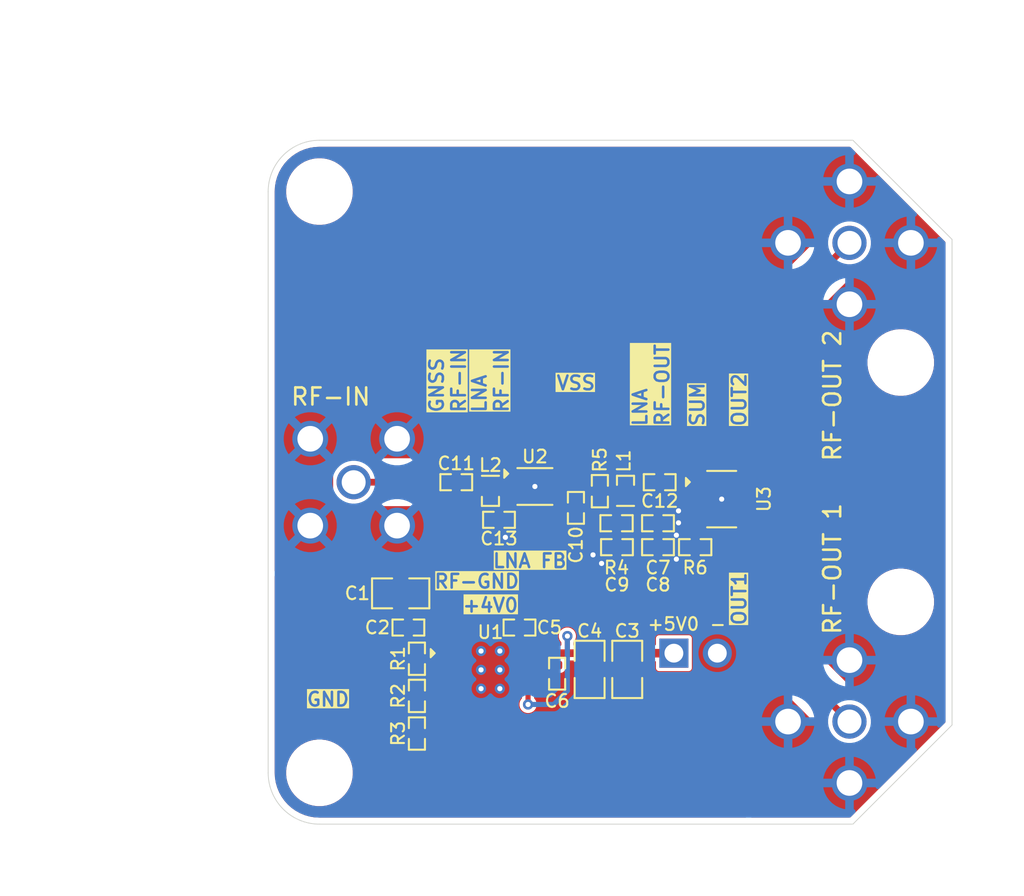
<source format=kicad_pcb>
(kicad_pcb (version 20241229) (generator "pcbnew") (generator_version "9.0")
  (title_block (title "GNSS RF LNA & Splitter") (date "2025-04-15") (comment 2 "PROTOTYPE") (comment 3 "2025"))
  (layers (0 "F.Cu" signal) (4 "In1.Cu" signal) (6 "In2.Cu" signal) (2 "B.Cu" signal) (13 "F.Paste" user) (15 "B.Paste" user) (5 "F.SilkS" user "F.Silkscreen") (7 "B.SilkS" user "B.Silkscreen") (1 "F.Mask" user) (3 "B.Mask" user) (25 "Edge.Cuts" user))
  (net 0 "")
  (net 1 "/GNSS_RF-IN")
  (net 2 "VSS")
  (net 3 "/GNSS_CONN1")
  (net 4 "/GNSS_CONN2")
  (net 5 "GND")
  (net 6 "+4V0")
  (net 7 "VIN")
  (net 8 "Net-(U1-DELAY)")
  (net 9 "Net-(C10-Pad2)")
  (net 10 "/LNA_FB")
  (net 11 "/LNA_RF-IN")
  (net 12 "/RF-SPLIT_SUM")
  (net 13 "/LNA_RF-OUT")
  (net 14 "/LNA_RF-GND")
  (net 15 "Net-(U1-FB)")
  (net 16 "Net-(R2-Pad2)")
  (net 17 "/LNA_BIAS")
  (net 18 "/RF-SPLIT_50R")
  (footprint "lib_fp:GCM0402" (layer "F.Cu") (at 148 91.5 -90)
    (property "Reference" "C10" (at 1 0 90) (layer "F.SilkS") (effects (font (size 0.75 0.75) (thickness 0.12)) (justify right)))
    (property "Value" "5.6pF" (hide yes))
    (fp_line (start -0.93 0.47) (end -0.93 -0.47) (stroke (width 0.12)) (layer "F.SilkS"))
    (fp_line (start -0.31 0.47) (end -0.93 0.47) (stroke (width 0.12)) (layer "F.SilkS"))
    (fp_line (start 0.31 0.47) (end 0.93 0.47) (stroke (width 0.12)) (layer "F.SilkS"))
    (fp_line (start 0.93 0.47) (end 0.93 -0.47) (stroke (width 0.12)) (layer "F.SilkS"))
    (fp_line (start -0.93 -0.47) (end -0.31 -0.47) (stroke (width 0.12)) (layer "F.SilkS"))
    (fp_line (start 0.93 -0.47) (end 0.31 -0.47) (stroke (width 0.12)) (layer "F.SilkS"))
    (pad "1" smd roundrect (at -0.5 0 270) (size 0.5 0.6) (layers "F.Cu" "F.Mask" "F.Paste") (net 10 "/LNA_FB"))
    (pad "2" smd roundrect (at 0.5 0 270) (size 0.5 0.6) (layers "F.Cu" "F.Mask" "F.Paste") (net 9 "Net-(C10-Pad2)"))
  )
  (footprint "lib_fp:GCM0402" (layer "F.Cu") (at 141 90)
    (property "Reference" "C11" (at 0 -1.1 0) (layer "F.SilkS") (effects (font (size 0.75 0.75) (thickness 0.12))))
    (property "Value" "9.1pF" (hide yes))
    (fp_line (start -0.93 -0.47) (end -0.31 -0.47) (stroke (width 0.12)) (layer "F.SilkS"))
    (fp_line (start -0.93 0.47) (end -0.93 -0.47) (stroke (width 0.12)) (layer "F.SilkS"))
    (fp_line (start -0.31 0.47) (end -0.93 0.47) (stroke (width 0.12)) (layer "F.SilkS"))
    (fp_line (start 0.31 0.47) (end 0.93 0.47) (stroke (width 0.12)) (layer "F.SilkS"))
    (fp_line (start 0.93 -0.47) (end 0.31 -0.47) (stroke (width 0.12)) (layer "F.SilkS"))
    (fp_line (start 0.93 0.47) (end 0.93 -0.47) (stroke (width 0.12)) (layer "F.SilkS"))
    (pad "1" smd roundrect (at -0.5 0) (size 0.5 0.6) (layers "F.Cu" "F.Mask" "F.Paste") (net 1 "/GNSS_RF-IN"))
    (pad "2" smd roundrect (at 0.5 0) (size 0.5 0.6) (layers "F.Cu" "F.Mask" "F.Paste") (net 11 "/LNA_RF-IN"))
  )
  (footprint "lib_fp:CONSMA002-G" (layer "F.Cu") (at 164 104 -135)
    (property "Reference" "AE2" (hide yes))
    (property "Value" "SMA" (hide yes))
    (pad "1" thru_hole circle (at 0 0 225) (size 2 2) (drill 1.4) (layers "*.Cu" "*.Mask") (net 3 "/GNSS_CONN1"))
    (pad "2" thru_hole circle (at -2.54 -2.54 225) (size 2.1 2.1) (drill 1.5) (layers "*.Cu" "*.Mask") (net 2 "VSS"))
    (pad "3" thru_hole circle (at 2.54 -2.54 225) (size 2.1 2.1) (drill 1.5) (layers "*.Cu" "*.Mask") (net 2 "VSS"))
    (pad "4" thru_hole circle (at 2.54 2.54 225) (size 2.1 2.1) (drill 1.5) (layers "*.Cu" "*.Mask") (net 2 "VSS"))
    (pad "5" thru_hole circle (at -2.54 2.54 225) (size 2.1 2.1) (drill 1.5) (layers "*.Cu" "*.Mask") (net 2 "VSS"))
  )
  (footprint "lib_fp:GCM0402" (layer "F.Cu") (at 152.8 92.4)
    (property "Reference" "C7" (at 0 2.6 0) (layer "F.SilkS") (effects (font (size 0.75 0.75) (thickness 0.12))))
    (property "Value" "100nF" (hide yes))
    (fp_line (start -0.93 -0.47) (end -0.31 -0.47) (stroke (width 0.12)) (layer "F.SilkS"))
    (fp_line (start -0.93 0.47) (end -0.93 -0.47) (stroke (width 0.12)) (layer "F.SilkS"))
    (fp_line (start -0.31 0.47) (end -0.93 0.47) (stroke (width 0.12)) (layer "F.SilkS"))
    (fp_line (start 0.31 0.47) (end 0.93 0.47) (stroke (width 0.12)) (layer "F.SilkS"))
    (fp_line (start 0.93 -0.47) (end 0.31 -0.47) (stroke (width 0.12)) (layer "F.SilkS"))
    (fp_line (start 0.93 0.47) (end 0.93 -0.47) (stroke (width 0.12)) (layer "F.SilkS"))
    (pad "1" smd roundrect (at -0.5 0) (size 0.5 0.6) (layers "F.Cu" "F.Mask" "F.Paste") (net 6 "+4V0"))
    (pad "2" smd roundrect (at 0.5 0) (size 0.5 0.6) (layers "F.Cu" "F.Mask" "F.Paste") (net 2 "VSS"))
  )
  (footprint "lib_fp:TP_2mm" (layer "F.Cu") (at 152.4 88)
    (property "Reference" "TP4" (hide yes))
    (property "Value" "~" (hide yes))
    (pad "1" smd circle (at 0 0) (size 2 2) (layers "F.Cu" "F.Mask") (net 13 "/LNA_RF-OUT"))
  )
  (footprint "lib_fp:GCM0805" (layer "F.Cu") (at 151 100.95 -90)
    (property "Reference" "C3" (at -2.25 0 180) (layer "F.SilkS") (effects (font (size 0.75 0.75) (thickness 0.12))))
    (property "Value" "10uF" (hide yes))
    (fp_line (start -1.675 0.875) (end -1.675 -0.875) (stroke (width 0.12)) (layer "F.SilkS"))
    (fp_line (start -0.5 0.875) (end -1.675 0.875) (stroke (width 0.12)) (layer "F.SilkS"))
    (fp_line (start 0.5 0.875) (end 1.675 0.875) (stroke (width 0.12)) (layer "F.SilkS"))
    (fp_line (start 1.675 0.875) (end 1.675 -0.875) (stroke (width 0.12)) (layer "F.SilkS"))
    (fp_line (start -1.675 -0.875) (end -0.5 -0.875) (stroke (width 0.12)) (layer "F.SilkS"))
    (fp_line (start 1.675 -0.875) (end 0.5 -0.875) (stroke (width 0.12)) (layer "F.SilkS"))
    (pad "1" smd roundrect (at -0.95 0 270) (size 1.1 1.3) (layers "F.Cu" "F.Mask" "F.Paste") (roundrect_rratio 0.2272727273) (net 7 "VIN"))
    (pad "2" smd roundrect (at 0.95 0 270) (size 1.1 1.3) (layers "F.Cu" "F.Mask" "F.Paste") (roundrect_rratio 0.2272727273) (net 5 "GND"))
  )
  (footprint "lib_fp:M3_NPTH" (layer "F.Cu") (at 167 83 90)
    (property "Reference" "MH3" (hide yes))
    (property "Value" "M3 Mounting Hole" (hide yes))
    (pad "" np_thru_hole circle (at 0 0 90) (size 3.4 3.4) (drill 3.4) (layers "F&B.Cu" "*.Mask"))
  )
  (footprint "lib_fp:TP_2mm" (layer "F.Cu") (at 155.1 88)
    (property "Reference" "TP8" (hide yes))
    (property "Value" "~" (hide yes))
    (pad "1" smd circle (at 0 0) (size 2 2) (layers "F.Cu" "F.Mask") (net 12 "/RF-SPLIT_SUM"))
  )
  (footprint "lib_fp:L_0402" (layer "F.Cu") (at 150.9 90.505 90)
    (property "Reference" "L1" (at 1.005 -0.1 90) (layer "F.SilkS") (effects (font (size 0.75 0.75) (thickness 0.12)) (justify left)))
    (property "Value" "15nH" (hide yes))
    (fp_line (start 0.35 -0.5) (end 0.88 -0.5) (stroke (width 0.12)) (layer "F.SilkS"))
    (fp_line (start -0.88 -0.5) (end -0.88 0.5) (stroke (width 0.12)) (layer "F.SilkS"))
    (fp_line (start 0.88 0.5) (end 0.88 -0.5) (stroke (width 0.12)) (layer "F.SilkS"))
    (fp_line (start 0.35 0.5) (end 0.88 0.5) (stroke (width 0.12)) (layer "F.SilkS"))
    (pad "1" smd roundrect (at -0.505 0 90) (size 0.41 0.66) (layers "F.Cu" "F.Mask" "F.Paste") (net 6 "+4V0"))
    (pad "2" smd roundrect (at 0.505 0 90) (size 0.41 0.66) (layers "F.Cu" "F.Mask" "F.Paste") (net 13 "/LNA_RF-OUT"))
  )
  (footprint "lib_fp:L_0402" (layer "F.Cu") (at 143 90.505 -90)
    (property "Reference" "L2" (at -1.505 0 0) (layer "F.SilkS") (effects (font (size 0.75 0.75) (thickness 0.12))))
    (property "Value" "6.8nH" (hide yes))
    (fp_line (start 0.35 0.5) (end 0.88 0.5) (stroke (width 0.12)) (layer "F.SilkS"))
    (fp_line (start 0.88 0.5) (end 0.88 -0.5) (stroke (width 0.12)) (layer "F.SilkS"))
    (fp_line (start -0.88 -0.5) (end -0.88 0.5) (stroke (width 0.12)) (layer "F.SilkS"))
    (fp_line (start 0.35 -0.5) (end 0.88 -0.5) (stroke (width 0.12)) (layer "F.SilkS"))
    (pad "1" smd roundrect (at -0.505 0 270) (size 0.41 0.66) (layers "F.Cu" "F.Mask" "F.Paste") (net 11 "/LNA_RF-IN"))
    (pad "2" smd roundrect (at 0.505 0 270) (size 0.41 0.66) (layers "F.Cu" "F.Mask" "F.Paste") (net 14 "/LNA_RF-GND"))
  )
  (footprint "lib_fp:GCM0402" (layer "F.Cu") (at 150.4 93.8 180)
    (property "Reference" "C9" (at 0 -2.2 0) (layer "F.SilkS") (effects (font (size 0.75 0.75) (thickness 0.12))))
    (property "Value" "9.1pF" (hide yes))
    (fp_line (start 0.93 0.47) (end 0.93 -0.47) (stroke (width 0.12)) (layer "F.SilkS"))
    (fp_line (start 0.93 -0.47) (end 0.31 -0.47) (stroke (width 0.12)) (layer "F.SilkS"))
    (fp_line (start 0.31 0.47) (end 0.93 0.47) (stroke (width 0.12)) (layer "F.SilkS"))
    (fp_line (start -0.31 0.47) (end -0.93 0.47) (stroke (width 0.12)) (layer "F.SilkS"))
    (fp_line (start -0.93 0.47) (end -0.93 -0.47) (stroke (width 0.12)) (layer "F.SilkS"))
    (fp_line (start -0.93 -0.47) (end -0.31 -0.47) (stroke (width 0.12)) (layer "F.SilkS"))
    (pad "1" smd roundrect (at -0.5 0 180) (size 0.5 0.6) (layers "F.Cu" "F.Mask" "F.Paste") (net 6 "+4V0"))
    (pad "2" smd roundrect (at 0.5 0 180) (size 0.5 0.6) (layers "F.Cu" "F.Mask" "F.Paste") (net 2 "VSS"))
  )
  (footprint "lib_fp:GCM0402" (layer "F.Cu") (at 143.5 92.2)
    (property "Reference" "C13" (at 0 1.1 0) (layer "F.SilkS") (effects (font (size 0.75 0.75) (thickness 0.12))))
    (property "Value" "100pF" (hide yes))
    (fp_line (start -0.93 -0.47) (end -0.31 -0.47) (stroke (width 0.12)) (layer "F.SilkS"))
    (fp_line (start -0.93 0.47) (end -0.93 -0.47) (stroke (width 0.12)) (layer "F.SilkS"))
    (fp_line (start -0.31 0.47) (end -0.93 0.47) (stroke (width 0.12)) (layer "F.SilkS"))
    (fp_line (start 0.31 0.47) (end 0.93 0.47) (stroke (width 0.12)) (layer "F.SilkS"))
    (fp_line (start 0.93 -0.47) (end 0.31 -0.47) (stroke (width 0.12)) (layer "F.SilkS"))
    (fp_line (start 0.93 0.47) (end 0.93 -0.47) (stroke (width 0.12)) (layer "F.SilkS"))
    (pad "1" smd roundrect (at -0.5 0) (size 0.5 0.6) (layers "F.Cu" "F.Mask" "F.Paste") (net 14 "/LNA_RF-GND"))
    (pad "2" smd roundrect (at 0.5 0) (size 0.5 0.6) (layers "F.Cu" "F.Mask" "F.Paste") (net 2 "VSS"))
  )
  (footprint "lib_fp:CRCW0402" (layer "F.Cu") (at 154.975 93.8 180)
    (property "Reference" "R6" (at 0 -1.2 0) (layer "F.SilkS") (effects (font (size 0.75 0.75) (thickness 0.12))))
    (property "Value" "49R9" (hide yes))
    (fp_line (start 0.945 0.47) (end 0.945 -0.47) (stroke (width 0.12)) (layer "F.SilkS"))
    (fp_line (start 0.945 -0.47) (end 0.315 -0.47) (stroke (width 0.12)) (layer "F.SilkS"))
    (fp_line (start 0.315 0.47) (end 0.945 0.47) (stroke (width 0.12)) (layer "F.SilkS"))
    (fp_line (start -0.315 0.47) (end -0.945 0.47) (stroke (width 0.12)) (layer "F.SilkS"))
    (fp_line (start -0.945 0.47) (end -0.945 -0.47) (stroke (width 0.12)) (layer "F.SilkS"))
    (fp_line (start -0.945 -0.47) (end -0.315 -0.47) (stroke (width 0.12)) (layer "F.SilkS"))
    (pad "1" smd roundrect (at -0.525 0 180) (size 0.6 0.6) (layers "F.Cu" "F.Mask" "F.Paste") (net 18 "/RF-SPLIT_50R"))
    (pad "2" smd roundrect (at 0.525 0 180) (size 0.6 0.6) (layers "F.Cu" "F.Mask" "F.Paste") (net 2 "VSS"))
  )
  (footprint "lib_fp:CRCW0402" (layer "F.Cu") (at 150.375 92.4 180)
    (property "Reference" "R4" (at 0 -2.6 180) (layer "F.SilkS") (effects (font (size 0.75 0.75) (thickness 0.12))))
    (property "Value" "750R" (hide yes))
    (fp_line (start 0.945 0.47) (end 0.945 -0.47) (stroke (width 0.12)) (layer "F.SilkS"))
    (fp_line (start 0.945 -0.47) (end 0.315 -0.47) (stroke (width 0.12)) (layer "F.SilkS"))
    (fp_line (start 0.315 0.47) (end 0.945 0.47) (stroke (width 0.12)) (layer "F.SilkS"))
    (fp_line (start -0.315 0.47) (end -0.945 0.47) (stroke (width 0.12)) (layer "F.SilkS"))
    (fp_line (start -0.945 0.47) (end -0.945 -0.47) (stroke (width 0.12)) (layer "F.SilkS"))
    (fp_line (start -0.945 -0.47) (end -0.315 -0.47) (stroke (width 0.12)) (layer "F.SilkS"))
    (pad "1" smd roundrect (at -0.525 0 180) (size 0.6 0.6) (layers "F.Cu" "F.Mask" "F.Paste") (net 6 "+4V0"))
    (pad "2" smd roundrect (at 0.525 0 180) (size 0.6 0.6) (layers "F.Cu" "F.Mask" "F.Paste") (net 17 "/LNA_BIAS"))
  )
  (footprint "lib_fp:GCM0805" (layer "F.Cu") (at 148.8 100.95 -90)
    (property "Reference" "C4" (at -2.25 0 180) (layer "F.SilkS") (effects (font (size 0.75 0.75) (thickness 0.12))))
    (property "Value" "4.7uF" (hide yes))
    (fp_line (start -1.675 0.875) (end -1.675 -0.875) (stroke (width 0.12)) (layer "F.SilkS"))
    (fp_line (start -0.5 0.875) (end -1.675 0.875) (stroke (width 0.12)) (layer "F.SilkS"))
    (fp_line (start 0.5 0.875) (end 1.675 0.875) (stroke (width 0.12)) (layer "F.SilkS"))
    (fp_line (start 1.675 0.875) (end 1.675 -0.875) (stroke (width 0.12)) (layer "F.SilkS"))
    (fp_line (start -1.675 -0.875) (end -0.5 -0.875) (stroke (width 0.12)) (layer "F.SilkS"))
    (fp_line (start 1.675 -0.875) (end 0.5 -0.875) (stroke (width 0.12)) (layer "F.SilkS"))
    (pad "1" smd roundrect (at -0.95 0 270) (size 1.1 1.3) (layers "F.Cu" "F.Mask" "F.Paste") (roundrect_rratio 0.2272727273) (net 7 "VIN"))
    (pad "2" smd roundrect (at 0.95 0 270) (size 1.1 1.3) (layers "F.Cu" "F.Mask" "F.Paste") (roundrect_rratio 0.2272727273) (net 5 "GND"))
  )
  (footprint "lib_fp:GCM0402" (layer "F.Cu") (at 144.7 98.5 180)
    (property "Reference" "C5" (at -1.75 0 0) (layer "F.SilkS") (effects (font (size 0.75 0.75) (thickness 0.12))))
    (property "Value" "100nF" (hide yes))
    (fp_line (start 0.93 0.47) (end 0.93 -0.47) (stroke (width 0.12)) (layer "F.SilkS"))
    (fp_line (start 0.93 -0.47) (end 0.31 -0.47) (stroke (width 0.12)) (layer "F.SilkS"))
    (fp_line (start 0.31 0.47) (end 0.93 0.47) (stroke (width 0.12)) (layer "F.SilkS"))
    (fp_line (start -0.31 0.47) (end -0.93 0.47) (stroke (width 0.12)) (layer "F.SilkS"))
    (fp_line (start -0.93 0.47) (end -0.93 -0.47) (stroke (width 0.12)) (layer "F.SilkS"))
    (fp_line (start -0.93 -0.47) (end -0.31 -0.47) (stroke (width 0.12)) (layer "F.SilkS"))
    (pad "1" smd roundrect (at -0.5 0 180) (size 0.5 0.6) (layers "F.Cu" "F.Mask" "F.Paste") (net 7 "VIN"))
    (pad "2" smd roundrect (at 0.5 0 180) (size 0.5 0.6) (layers "F.Cu" "F.Mask" "F.Paste") (net 5 "GND"))
  )
  (footprint "lib_fp:TP_RCW" (layer "F.Cu") (at 148 86)
    (property "Reference" "TP10" (hide yes))
    (property "Value" "RCWCTE" (hide yes))
    (pad "1" smd roundrect (at 0 0) (size 3.75 2) (layers "F.Cu" "F.Mask" "F.Paste") (roundrect_rratio 0.15) (net 2 "VSS"))
  )
  (footprint "lib_fp:TP_2mm" (layer "F.Cu") (at 146 92.75)
    (property "Reference" "TP3" (hide yes))
    (property "Value" "~" (hide yes))
    (pad "1" smd circle (at 0 0) (size 2 2) (layers "F.Cu" "F.Mask") (net 10 "/LNA_FB"))
  )
  (footprint "lib_fp:CRCW0402" (layer "F.Cu") (at 138.7 102.5 -90)
    (property "Reference" "R2" (at 0 1.1 90) (layer "F.SilkS") (effects (font (size 0.75 0.75) (thickness 0.12))))
    (property "Value" "30K" (hide yes))
    (fp_line (start -0.945 0.47) (end -0.945 -0.47) (stroke (width 0.12)) (layer "F.SilkS"))
    (fp_line (start -0.315 0.47) (end -0.945 0.47) (stroke (width 0.12)) (layer "F.SilkS"))
    (fp_line (start 0.315 0.47) (end 0.945 0.47) (stroke (width 0.12)) (layer "F.SilkS"))
    (fp_line (start 0.945 0.47) (end 0.945 -0.47) (stroke (width 0.12)) (layer "F.SilkS"))
    (fp_line (start -0.945 -0.47) (end -0.315 -0.47) (stroke (width 0.12)) (layer "F.SilkS"))
    (fp_line (start 0.945 -0.47) (end 0.315 -0.47) (stroke (width 0.12)) (layer "F.SilkS"))
    (pad "1" smd roundrect (at -0.525 0 270) (size 0.6 0.6) (layers "F.Cu" "F.Mask" "F.Paste") (net 15 "Net-(U1-FB)"))
    (pad "2" smd roundrect (at 0.525 0 270) (size 0.6 0.6) (layers "F.Cu" "F.Mask" "F.Paste") (net 16 "Net-(R2-Pad2)"))
  )
  (footprint "lib_fp:M3_NPTH" (layer "F.Cu") (at 167 97 90)
    (property "Reference" "MH4" (hide yes))
    (property "Value" "M3 Mounting Hole" (hide yes))
    (pad "" np_thru_hole circle (at 0 0 90) (size 3.4 3.4) (drill 3.4) (layers "F&B.Cu" "*.Mask"))
  )
  (footprint "lib_fp:TP_2mm" (layer "F.Cu") (at 143 87.3)
    (property "Reference" "TP7" (hide yes))
    (property "Value" "~" (hide yes))
    (pad "1" smd circle (at 0 0) (size 2 2) (layers "F.Cu" "F.Mask") (net 11 "/LNA_RF-IN"))
  )
  (footprint "lib_fp:TFDFN200X200X100-8" (layer "F.Cu") (at 145.6 90.25)
    (property "Reference" "U2" (at 0 -1.75 0) (layer "F.SilkS") (effects (font (size 0.75 0.75) (thickness 0.12))))
    (property "Value" "PMA2-162LNA+" (hide yes))
    (fp_line (start 1.025 -1.075) (end -1.025 -1.075) (stroke (width 0.12)) (layer "F.SilkS"))
    (fp_line (start 1.025 1.075) (end -1.025 1.075) (stroke (width 0.12)) (layer "F.SilkS"))
    (fp_poly (pts (xy -1.55 -0.75) (xy -1.8 -0.5) (xy -1.8 -1)) (stroke (width 0.1)) (fill yes) (layer "F.SilkS"))
    (pad "1" smd roundrect (at -0.95 -0.75) (size 0.8 0.25) (layers "F.Cu" "F.Mask" "F.Paste") (roundrect_rratio 0.2) (net 2 "VSS"))
    (pad "2" smd roundrect (at -0.95 -0.25) (size 0.8 0.25) (layers "F.Cu" "F.Mask" "F.Paste") (roundrect_rratio 0.2) (net 11 "/LNA_RF-IN"))
    (pad "3" smd roundrect (at -0.95 0.25) (size 0.8 0.25) (layers "F.Cu" "F.Mask" "F.Paste") (roundrect_rratio 0.2) (net 14 "/LNA_RF-GND"))
    (pad "4" smd roundrect (at -0.95 0.75) (size 0.8 0.25) (layers "F.Cu" "F.Mask" "F.Paste") (roundrect_rratio 0.2) (net 17 "/LNA_BIAS"))
    (pad "5" smd roundrect (at 0.95 0.75) (size 0.8 0.25) (layers "F.Cu" "F.Mask" "F.Paste") (roundrect_rratio 0.2) (net 10 "/LNA_FB"))
    (pad "6" smd roundrect (at 0.95 0.25) (size 0.8 0.25) (layers "F.Cu" "F.Mask" "F.Paste") (roundrect_rratio 0.2) (net 2 "VSS"))
    (pad "7" smd roundrect (at 0.95 -0.25) (size 0.8 0.25) (layers "F.Cu" "F.Mask" "F.Paste") (roundrect_rratio 0.2) (net 13 "/LNA_RF-OUT"))
    (pad "8" smd roundrect (at 0.95 -0.75) (size 0.8 0.25) (layers "F.Cu" "F.Mask" "F.Paste") (roundrect_rratio 0.2) (net 2 "VSS"))
    (pad "9" smd roundrect (at 0 0) (size 0.65 1.25) (layers "F.Cu" "F.Mask" "F.Paste") (roundrect_rratio 0.1) (chamfer_ratio 0.45) (chamfer top_left) (net 2 "VSS"))
  )
  (footprint "lib_fp:TP_RCW" (layer "F.Cu") (at 133.5 100 90)
    (property "Reference" "TP2" (hide yes))
    (property "Value" "RCWCTE" (hide yes))
    (pad "1" smd roundrect (at 0 0 90) (size 3.75 2) (layers "F.Cu" "F.Mask" "F.Paste") (roundrect_rratio 0.15) (net 5 "GND"))
  )
  (footprint "lib_fp:CRCW0402" (layer "F.Cu") (at 138.7 104.7 -90)
    (property "Reference" "R3" (at 0 1.1 90) (layer "F.SilkS") (effects (font (size 0.75 0.75) (thickness 0.12))))
    (property "Value" "30K" (hide yes))
    (fp_line (start -0.945 0.47) (end -0.945 -0.47) (stroke (width 0.12)) (layer "F.SilkS"))
    (fp_line (start -0.315 0.47) (end -0.945 0.47) (stroke (width 0.12)) (layer "F.SilkS"))
    (fp_line (start 0.315 0.47) (end 0.945 0.47) (stroke (width 0.12)) (layer "F.SilkS"))
    (fp_line (start 0.945 0.47) (end 0.945 -0.47) (stroke (width 0.12)) (layer "F.SilkS"))
    (fp_line (start -0.945 -0.47) (end -0.315 -0.47) (stroke (width 0.12)) (layer "F.SilkS"))
    (fp_line (start 0.945 -0.47) (end 0.315 -0.47) (stroke (width 0.12)) (layer "F.SilkS"))
    (pad "1" smd roundrect (at -0.525 0 270) (size 0.6 0.6) (layers "F.Cu" "F.Mask" "F.Paste") (net 16 "Net-(R2-Pad2)"))
    (pad "2" smd roundrect (at 0.525 0 270) (size 0.6 0.6) (layers "F.Cu" "F.Mask" "F.Paste") (net 5 "GND"))
  )
  (footprint "lib_fp:TP_2mm" (layer "F.Cu") (at 140.8 98.4)
    (property "Reference" "TP1" (hide yes))
    (property "Value" "~" (hide yes))
    (pad "1" smd circle (at 0 0) (size 2 2) (layers "F.Cu" "F.Mask") (net 6 "+4V0"))
  )
  (footprint "lib_fp:TP_2mm" (layer "F.Cu") (at 157.55 94)
    (property "Reference" "TP5" (hide yes))
    (property "Value" "~" (hide yes))
    (pad "1" smd circle (at 0 0) (size 2 2) (layers "F.Cu" "F.Mask") (net 3 "/GNSS_CONN1"))
  )
  (footprint "lib_fp:GCM0805" (layer "F.Cu") (at 137.75 96.5 180)
    (property "Reference" "C1" (at 1.725 0 180) (layer "F.SilkS") (effects (font (size 0.75 0.75) (thickness 0.12)) (justify right)))
    (property "Value" "2.2uF" (hide yes))
    (fp_line (start 1.675 0.875) (end 1.675 -0.875) (stroke (width 0.12)) (layer "F.SilkS"))
    (fp_line (start 1.675 -0.875) (end 0.5 -0.875) (stroke (width 0.12)) (layer "F.SilkS"))
    (fp_line (start 0.5 0.875) (end 1.675 0.875) (stroke (width 0.12)) (layer "F.SilkS"))
    (fp_line (start -0.5 0.875) (end -1.675 0.875) (stroke (width 0.12)) (layer "F.SilkS"))
    (fp_line (start -1.675 0.875) (end -1.675 -0.875) (stroke (width 0.12)) (layer "F.SilkS"))
    (fp_line (start -1.675 -0.875) (end -0.5 -0.875) (stroke (width 0.12)) (layer "F.SilkS"))
    (pad "1" smd roundrect (at -0.95 0 180) (size 1.1 1.3) (layers "F.Cu" "F.Mask" "F.Paste") (roundrect_rratio 0.2272727273) (net 6 "+4V0"))
    (pad "2" smd roundrect (at 0.95 0 180) (size 1.1 1.3) (layers "F.Cu" "F.Mask" "F.Paste") (roundrect_rratio 0.2272727273) (net 5 "GND"))
  )
  (footprint "lib_fp:M3_NPTH" (layer "F.Cu") (at 133 73 90)
    (property "Reference" "MH2" (hide yes))
    (property "Value" "M3 Mounting Hole" (hide yes))
    (pad "" np_thru_hole circle (at 0 0 90) (size 3.4 3.4) (drill 3.4) (layers "F&B.Cu" "*.Mask"))
  )
  (footprint "lib_fp:SON99P320X160X89-6" (layer "F.Cu") (at 156.525 90.99)
    (property "Reference" "U3" (at 2.475 0 90) (layer "F.SilkS") (effects (font (size 0.75 0.75) (thickness 0.12))))
    (property "Value" "QCN-19D+" (hide yes))
    (fp_line (start 0.85 -1.65) (end -0.85 -1.65) (stroke (width 0.12)) (layer "F.SilkS"))
    (fp_line (start 0.85 1.65) (end -0.85 1.65) (stroke (width 0.12)) (layer "F.SilkS"))
    (fp_poly (pts (xy -1.85 -1) (xy -2.1 -0.75) (xy -2.1 -1.25)) (stroke (width 0.1)) (fill yes) (layer "F.SilkS"))
    (pad "1" smd roundrect (at -1.025 -0.99) (size 1.07 0.61) (layers "F.Cu" "F.Mask" "F.Paste") (roundrect_rratio 0.08196721311) (net 12 "/RF-SPLIT_SUM"))
    (pad "2" smd roundrect (at -1.025 0) (size 1.07 0.61) (layers "F.Cu" "F.Mask" "F.Paste") (roundrect_rratio 0.08196721311) (net 2 "VSS"))
    (pad "3" smd roundrect (at -1.025 0.99) (size 1.07 0.61) (layers "F.Cu" "F.Mask" "F.Paste") (roundrect_rratio 0.08196721311) (net 18 "/RF-SPLIT_50R"))
    (pad "4" smd roundrect (at 1.025 0.99) (size 1.07 0.61) (layers "F.Cu" "F.Mask" "F.Paste") (roundrect_rratio 0.08196721311) (net 3 "/GNSS_CONN1"))
    (pad "5" smd roundrect (at 1.025 0) (size 1.07 0.61) (layers "F.Cu" "F.Mask" "F.Paste") (roundrect_rratio 0.08196721311) (net 2 "VSS"))
    (pad "6" smd roundrect (at 1.025 -0.99) (size 1.07 0.61) (layers "F.Cu" "F.Mask" "F.Paste") (roundrect_rratio 0.08196721311) (net 4 "/GNSS_CONN2"))
  )
  (footprint "lib_fp:M3_NPTH" (layer "F.Cu") (at 133 107 90)
    (property "Reference" "MH1" (hide yes))
    (property "Value" "M3 Mounting Hole" (hide yes))
    (pad "" np_thru_hole circle (at 0 0 90) (size 3.4 3.4) (drill 3.4) (layers "F&B.Cu" "*.Mask"))
  )
  (footprint "lib_fp:CONSMA002-G" (layer "F.Cu") (at 164 76 -45)
    (property "Reference" "AE3" (hide yes))
    (property "Value" "SMA" (hide yes))
    (pad "1" thru_hole circle (at 0 0 315) (size 2 2) (drill 1.4) (layers "*.Cu" "*.Mask") (net 4 "/GNSS_CONN2"))
    (pad "2" thru_hole circle (at -2.54 -2.54 315) (size 2.1 2.1) (drill 1.5) (layers "*.Cu" "*.Mask") (net 2 "VSS"))
    (pad "3" thru_hole circle (at 2.54 -2.54 315) (size 2.1 2.1) (drill 1.5) (layers "*.Cu" "*.Mask") (net 2 "VSS"))
    (pad "4" thru_hole circle (at 2.54 2.54 315) (size 2.1 2.1) (drill 1.5) (layers "*.Cu" "*.Mask") (net 2 "VSS"))
    (pad "5" thru_hole circle (at -2.54 2.54 315) (size 2.1 2.1) (drill 1.5) (layers "*.Cu" "*.Mask") (net 2 "VSS"))
  )
  (footprint "lib_fp:GCM0402" (layer "F.Cu") (at 152.9 90)
    (property "Reference" "C12" (at 0 1.1 0) (layer "F.SilkS") (effects (font (size 0.75 0.75) (thickness 0.12))))
    (property "Value" "100pF" (hide yes))
    (fp_line (start -0.93 -0.47) (end -0.31 -0.47) (stroke (width 0.12)) (layer "F.SilkS"))
    (fp_line (start -0.93 0.47) (end -0.93 -0.47) (stroke (width 0.12)) (layer "F.SilkS"))
    (fp_line (start -0.31 0.47) (end -0.93 0.47) (stroke (width 0.12)) (layer "F.SilkS"))
    (fp_line (start 0.31 0.47) (end 0.93 0.47) (stroke (width 0.12)) (layer "F.SilkS"))
    (fp_line (start 0.93 -0.47) (end 0.31 -0.47) (stroke (width 0.12)) (layer "F.SilkS"))
    (fp_line (start 0.93 0.47) (end 0.93 -0.47) (stroke (width 0.12)) (layer "F.SilkS"))
    (pad "1" smd roundrect (at -0.5 0) (size 0.5 0.6) (layers "F.Cu" "F.Mask" "F.Paste") (net 13 "/LNA_RF-OUT"))
    (pad "2" smd roundrect (at 0.5 0) (size 0.5 0.6) (layers "F.Cu" "F.Mask" "F.Paste") (net 12 "/RF-SPLIT_SUM"))
  )
  (footprint "lib_fp:CRCW0402" (layer "F.Cu") (at 149.4 90.525 90)
    (property "Reference" "R5" (at 1.025 0 90) (layer "F.SilkS") (effects (font (size 0.75 0.75) (thickness 0.12)) (justify left)))
    (property "Value" "267R" (hide yes))
    (fp_line (start 0.945 -0.47) (end 0.315 -0.47) (stroke (width 0.12)) (layer "F.SilkS"))
    (fp_line (start -0.945 -0.47) (end -0.315 -0.47) (stroke (width 0.12)) (layer "F.SilkS"))
    (fp_line (start 0.945 0.47) (end 0.945 -0.47) (stroke (width 0.12)) (layer "F.SilkS"))
    (fp_line (start 0.315 0.47) (end 0.945 0.47) (stroke (width 0.12)) (layer "F.SilkS"))
    (fp_line (start -0.315 0.47) (end -0.945 0.47) (stroke (width 0.12)) (layer "F.SilkS"))
    (fp_line (start -0.945 0.47) (end -0.945 -0.47) (stroke (width 0.12)) (layer "F.SilkS"))
    (pad "1" smd roundrect (at -0.525 0 90) (size 0.6 0.6) (layers "F.Cu" "F.Mask" "F.Paste") (net 9 "Net-(C10-Pad2)"))
    (pad "2" smd roundrect (at 0.525 0 90) (size 0.6 0.6) (layers "F.Cu" "F.Mask" "F.Paste") (net 13 "/LNA_RF-OUT"))
  )
  (footprint "lib_fp:conn_01x02_254_right_angle" (layer "F.Cu") (at 155 100)
    (property "Reference" "J1" (hide yes))
    (property "Value" "PRPC002SBAN-M71RC" (hide yes))
    (pad "1" thru_hole rect (at -1.27 0 90) (size 1.7 1.7) (drill 1.1) (layers "*.Cu" "*.Mask") (net 7 "VIN"))
    (pad "2" thru_hole circle (at 1.27 0 90) (size 1.7 1.7) (drill 1.1) (layers "*.Cu" "*.Mask") (net 5 "GND"))
  )
  (footprint "lib_fp:TP_2mm" (layer "F.Cu") (at 140.5 87.2)
    (property "Reference" "TP6" (hide yes))
    (property "Value" "~" (hide yes))
    (pad "1" smd circle (at 0 0) (size 2 2) (layers "F.Cu" "F.Mask") (net 1 "/GNSS_RF-IN"))
  )
  (footprint "lib_fp:TP_RCW" (layer "F.Cu") (at 141.2 93.1 90)
    (property "Reference" "TP9" (hide yes))
    (property "Value" "RCWCTE" (hide yes))
    (pad "1" smd roundrect (at 0 0 90) (size 3.75 2) (layers "F.Cu" "F.Mask" "F.Paste") (roundrect_rratio 0.15) (net 14 "/LNA_RF-GND"))
  )
  (footprint "lib_fp:TP_2mm" (layer "F.Cu") (at 157.55 88)
    (property "Reference" "TP11" (hide yes))
    (property "Value" "~" (hide yes))
    (pad "1" smd circle (at 0 0) (size 2 2) (layers "F.Cu" "F.Mask") (net 4 "/GNSS_CONN2"))
  )
  (footprint "lib_fp:HVSSOP65P490X110-8" (layer "F.Cu") (at 143 100.975)
    (property "Reference" "U1" (at 0 -2.2 0) (layer "F.SilkS") (effects (font (size 0.75 0.75) (thickness 0.12))))
    (property "Value" "TPS7A16A-Q1" (hide yes))
    (fp_poly (pts (xy -3.25 -0.975) (xy -3.5 -0.725) (xy -3.5 -1.225)) (stroke (width 0.1)) (fill yes) (layer "F.SilkS"))
    (pad "1" smd roundrect (at -2.2 -0.975) (size 1.4 0.45) (layers "F.Cu" "F.Mask" "F.Paste") (roundrect_rratio 0.1111111111) (net 6 "+4V0"))
    (pad "2" smd roundrect (at -2.2 -0.325) (size 1.4 0.45) (layers "F.Cu" "F.Mask" "F.Paste") (roundrect_rratio 0.1111111111) (net 15 "Net-(U1-FB)"))
    (pad "3" smd roundrect (at -2.2 0.325) (size 1.4 0.45) (layers "F.Cu" "F.Mask" "F.Paste") (roundrect_rratio 0.1111111111))
    (pad "4" smd roundrect (at -2.2 0.975) (size 1.4 0.45) (layers "F.Cu" "F.Mask" "F.Paste") (roundrect_rratio 0.1111111111) (net 5 "GND"))
    (pad "5" smd roundrect (at 2.2 0.975) (size 1.4 0.45) (layers "F.Cu" "F.Mask" "F.Paste") (roundrect_rratio 0.1111111111) (net 7 "VIN"))
    (pad "6" smd roundrect (at 2.2 0.325) (size 1.4 0.45) (layers "F.Cu" "F.Mask" "F.Paste") (roundrect_rratio 0.1111111111))
    (pad "7" smd roundrect (at 2.2 -0.325) (size 1.4 0.45) (layers "F.Cu" "F.Mask" "F.Paste") (roundrect_rratio 0.1111111111) (net 8 "Net-(U1-DELAY)"))
    (pad "8" smd roundrect (at 2.2 -0.975) (size 1.4 0.45) (layers "F.Cu" "F.Mask" "F.Paste") (roundrect_rratio 0.1111111111) (net 7 "VIN"))
    (pad "9" smd roundrect (at 0 0) (size 2 3) (layers "F.Cu" "F.Mask") (roundrect_rratio 0.1111111111) (net 5 "GND"))
  )
  (footprint "lib_fp:GCM0402" (layer "F.Cu") (at 146.9 101.2 -90)
    (property "Reference" "C6" (at 1.6 0 180) (layer "F.SilkS") (effects (font (size 0.75 0.75) (thickness 0.12))))
    (property "Value" "100nF" (hide yes))
    (fp_line (start -0.93 0.47) (end -0.93 -0.47) (stroke (width 0.12)) (layer "F.SilkS"))
    (fp_line (start -0.31 0.47) (end -0.93 0.47) (stroke (width 0.12)) (layer "F.SilkS"))
    (fp_line (start 0.31 0.47) (end 0.93 0.47) (stroke (width 0.12)) (layer "F.SilkS"))
    (fp_line (start 0.93 0.47) (end 0.93 -0.47) (stroke (width 0.12)) (layer "F.SilkS"))
    (fp_line (start -0.93 -0.47) (end -0.31 -0.47) (stroke (width 0.12)) (layer "F.SilkS"))
    (fp_line (start 0.93 -0.47) (end 0.31 -0.47) (stroke (width 0.12)) (layer "F.SilkS"))
    (pad "1" smd roundrect (at -0.5 0 270) (size 0.5 0.6) (layers "F.Cu" "F.Mask" "F.Paste") (net 8 "Net-(U1-DELAY)"))
    (pad "2" smd roundrect (at 0.5 0 270) (size 0.5 0.6) (layers "F.Cu" "F.Mask" "F.Paste") (net 5 "GND"))
  )
  (footprint "lib_fp:CONSMA002-G" (layer "F.Cu") (at 135 90 90)
    (property "Reference" "AE1" (hide yes))
    (property "Value" "SMA" (hide yes))
    (pad "1" thru_hole circle (at 0 0 90) (size 2 2) (drill 1.4) (layers "*.Cu" "*.Mask") (net 1 "/GNSS_RF-IN"))
    (pad "2" thru_hole circle (at -2.54 -2.54 90) (size 2.1 2.1) (drill 1.5) (layers "*.Cu" "*.Mask") (net 2 "VSS"))
    (pad "3" thru_hole circle (at 2.54 -2.54 90) (size 2.1 2.1) (drill 1.5) (layers "*.Cu" "*.Mask") (net 2 "VSS"))
    (pad "4" thru_hole circle (at 2.54 2.54 90) (size 2.1 2.1) (drill 1.5) (layers "*.Cu" "*.Mask") (net 2 "VSS"))
    (pad "5" thru_hole circle (at -2.54 2.54 90) (size 2.1 2.1) (drill 1.5) (layers "*.Cu" "*.Mask") (net 2 "VSS"))
  )
  (footprint "lib_fp:GCM0402" (layer "F.Cu") (at 152.8 93.8)
    (property "Reference" "C8" (at 0 2.2 0) (layer "F.SilkS") (effects (font (size 0.75 0.75) (thickness 0.12))))
    (property "Value" "100nF" (hide yes))
    (fp_line (start -0.93 -0.47) (end -0.31 -0.47) (stroke (width 0.12)) (layer "F.SilkS"))
    (fp_line (start -0.93 0.47) (end -0.93 -0.47) (stroke (width 0.12)) (layer "F.SilkS"))
    (fp_line (start -0.31 0.47) (end -0.93 0.47) (stroke (width 0.12)) (layer "F.SilkS"))
    (fp_line (start 0.31 0.47) (end 0.93 0.47) (stroke (width 0.12)) (layer "F.SilkS"))
    (fp_line (start 0.93 -0.47) (end 0.31 -0.47) (stroke (width 0.12)) (layer "F.SilkS"))
    (fp_line (start 0.93 0.47) (end 0.93 -0.47) (stroke (width 0.12)) (layer "F.SilkS"))
    (pad "1" smd roundrect (at -0.5 0) (size 0.5 0.6) (layers "F.Cu" "F.Mask" "F.Paste") (net 6 "+4V0"))
    (pad "2" smd roundrect (at 0.5 0) (size 0.5 0.6) (layers "F.Cu" "F.Mask" "F.Paste") (net 2 "VSS"))
  )
  (footprint "lib_fp:CRCW0402" (layer "F.Cu") (at 138.7 100.325 -90)
    (property "Reference" "R1" (at 0 1.1 90) (layer "F.SilkS") (effects (font (size 0.75 0.75) (thickness 0.12))))
    (property "Value" "340K" (hide yes))
    (fp_line (start -0.945 0.47) (end -0.945 -0.47) (stroke (width 0.12)) (layer "F.SilkS"))
    (fp_line (start -0.315 0.47) (end -0.945 0.47) (stroke (width 0.12)) (layer "F.SilkS"))
    (fp_line (start 0.315 0.47) (end 0.945 0.47) (stroke (width 0.12)) (layer "F.SilkS"))
    (fp_line (start 0.945 0.47) (end 0.945 -0.47) (stroke (width 0.12)) (layer "F.SilkS"))
    (fp_line (start -0.945 -0.47) (end -0.315 -0.47) (stroke (width 0.12)) (layer "F.SilkS"))
    (fp_line (start 0.945 -0.47) (end 0.315 -0.47) (stroke (width 0.12)) (layer "F.SilkS"))
    (pad "1" smd roundrect (at -0.525 0 270) (size 0.6 0.6) (layers "F.Cu" "F.Mask" "F.Paste") (net 6 "+4V0"))
    (pad "2" smd roundrect (at 0.525 0 270) (size 0.6 0.6) (layers "F.Cu" "F.Mask" "F.Paste") (net 15 "Net-(U1-FB)"))
  )
  (footprint "lib_fp:GCM0402" (layer "F.Cu") (at 138.2 98.5 180)
    (property "Reference" "C2" (at 1 0 0) (layer "F.SilkS") (effects (font (size 0.75 0.75) (thickness 0.12)) (justify right)))
    (property "Value" "100nF" (hide yes))
    (fp_line (start 0.93 0.47) (end 0.93 -0.47) (stroke (width 0.12)) (layer "F.SilkS"))
    (fp_line (start 0.93 -0.47) (end 0.31 -0.47) (stroke (width 0.12)) (layer "F.SilkS"))
    (fp_line (start 0.31 0.47) (end 0.93 0.47) (stroke (width 0.12)) (layer "F.SilkS"))
    (fp_line (start -0.31 0.47) (end -0.93 0.47) (stroke (width 0.12)) (layer "F.SilkS"))
    (fp_line (start -0.93 0.47) (end -0.93 -0.47) (stroke (width 0.12)) (layer "F.SilkS"))
    (fp_line (start -0.93 -0.47) (end -0.31 -0.47) (stroke (width 0.12)) (layer "F.SilkS"))
    (pad "1" smd roundrect (at -0.5 0 180) (size 0.5 0.6) (layers "F.Cu" "F.Mask" "F.Paste") (net 6 "+4V0"))
    (pad "2" smd roundrect (at 0.5 0 180) (size 0.5 0.6) (layers "F.Cu" "F.Mask" "F.Paste") (net 5 "GND"))
  )
  (gr_line (start 130 73) (end 130 107) (stroke (width 0.05)) (layer "Edge.Cuts"))
  (gr_line (start 170 75.8) (end 164.2 70) (stroke (width 0.05)) (layer "Edge.Cuts"))
  (gr_line (start 170 104.2) (end 164.2 110) (stroke (width 0.05)) (layer "Edge.Cuts"))
  (gr_arc (start 130 73) (mid 130.87868 70.87868) (end 133 70) (stroke (width 0.05)) (layer "Edge.Cuts"))
  (gr_line (start 133 110) (end 164.2 110) (stroke (width 0.05)) (layer "Edge.Cuts"))
  (gr_line (start 164.2 70) (end 133 70) (stroke (width 0.05)) (layer "Edge.Cuts"))
  (gr_line (start 170 104.2) (end 170 75.8) (stroke (width 0.05)) (layer "Edge.Cuts"))
  (gr_arc (start 133 110) (mid 130.87868 109.12132) (end 130 107) (stroke (width 0.05)) (layer "Edge.Cuts"))
  (gr_text "SUM" (at 155.1 86.8 90) (layer "F.SilkS" knockout) (effects (font (size 0.8 0.8) (thickness 0.15) (bold yes)) (justify left)))
  (gr_text "RF-OUT 1" (at 163 99 90) (layer "F.SilkS") (effects (font (size 1 1)) (justify left)))
  (gr_text "GNSS\nRF-IN" (at 140.5 86 90) (layer "F.SilkS" knockout) (effects (font (size 0.8 0.8) (thickness 0.15) (bold yes)) (justify left)))
  (gr_text "OUT2" (at 157.55 86.8 90) (layer "F.SilkS" knockout) (effects (font (size 0.8 0.8) (thickness 0.15) (bold yes)) (justify left)))
  (gr_text "RF-GND" (at 142.2 95.8 0) (layer "F.SilkS" knockout) (effects (font (size 0.8 0.8) (thickness 0.15) (bold yes))))
  (gr_text "RF-IN" (at 131.25 85 0) (layer "F.SilkS") (effects (font (size 1 1)) (justify left)))
  (gr_text "RF-OUT 2" (at 163 81 90) (layer "F.SilkS") (effects (font (size 1 1)) (justify right)))
  (gr_text "LNA\nRF-IN" (at 143 86 90) (layer "F.SilkS" knockout) (effects (font (size 0.8 0.8) (thickness 0.15) (bold yes)) (justify left)))
  (gr_text "VSS" (at 148 84.2 0) (layer "F.SilkS" knockout) (effects (font (size 0.8 0.8) (thickness 0.15) (bold yes))))
  (gr_text "+5V0" (at 153.7 98.3 0) (layer "F.SilkS") (effects (font (size 0.75 0.75) (thickness 0.12))))
  (gr_text "+4V0" (at 143 97.2 0) (layer "F.SilkS" knockout) (effects (font (size 0.8 0.8) (thickness 0.15) (bold yes))))
  (gr_text "GND" (at 133.5 102.7 0) (layer "F.SilkS" knockout) (effects (font (size 0.8 0.8) (thickness 0.15) (bold yes))))
  (gr_text "LNA FB" (at 145.3 94.6 0) (layer "F.SilkS" knockout) (effects (font (size 0.8 0.8) (thickness 0.15) (bold yes))))
  (gr_text "OUT1" (at 157.55 95.2 90) (layer "F.SilkS" knockout) (effects (font (size 0.8 0.8) (thickness 0.15) (bold yes)) (justify right)))
  (gr_text "LNA\nRF-OUT" (at 152.4 86.8 90) (layer "F.SilkS" knockout) (effects (font (size 0.8 0.8) (thickness 0.15) (bold yes)) (justify left)))
  (gr_text "-" (at 156.3 98.3 0) (layer "F.SilkS") (effects (font (size 0.75 0.75) (thickness 0.12))))
  (segment (start 135 90) (end 140.5 90) (width 0.3962) (layer "F.Cu") (net 1))
  (segment (start 140.5 90) (end 140.5 87.2) (width 0.3962) (layer "F.Cu") (net 1))
  (segment (start 155.5 90.99) (end 154.785 90.99) (width 0.4) (layer "F.Cu") (net 2))
  (segment (start 154.785 90.99) (end 154.525 91.25) (width 0.4) (layer "F.Cu") (net 2))
  (segment (start 145.625 90.275) (end 145.6 90.25) (width 0.25) (layer "F.Cu") (net 2))
  (segment (start 145.85 90.5) (end 145.625 90.275) (width 0.25) (layer "F.Cu") (net 2))
  (segment (start 154.525 91.25) (end 154.525 91.55) (width 0.4) (layer "F.Cu") (net 2))
  (segment (start 146.55 90.5) (end 145.85 90.5) (width 0.25) (layer "F.Cu") (net 2))
  (via (at 153.875 93.1) (size 0.6) (drill 0.3) (layers "F.Cu" "B.Cu") (net 2))
  (via (at 153.875 94.5) (size 0.6) (drill 0.3) (layers "F.Cu" "B.Cu") (net 2))
  (via (at 145.6 90.25) (size 0.6) (drill 0.3) (layers "F.Cu" "B.Cu") (net 2))
  (via (at 154 92.375) (size 0.6) (drill 0.3) (layers "F.Cu" "B.Cu") (net 2))
  (via (at 156.525 90.99) (size 0.6) (drill 0.3) (layers "F.Cu" "B.Cu") (net 2))
  (via (at 143.875 93.225) (size 0.6) (drill 0.3) (layers "F.Cu" "B.Cu") (net 2))
  (via (at 154 91.675) (size 0.6) (drill 0.3) (layers "F.Cu" "B.Cu") (net 2))
  (via (at 149 94.25) (size 0.6) (drill 0.3) (layers "F.Cu" "B.Cu") (net 2))
  (via (at 149.5 94.75) (size 0.6) (drill 0.3) (layers "F.Cu" "B.Cu") (net 2))
  (segment (start 160.353553 100.353554) (end 164 104) (width 0.3962) (layer "F.Cu") (net 3))
  (segment (start 157.55 91.98) (end 158.98 91.98) (width 0.3962) (layer "F.Cu") (net 3))
  (segment (start 160 99.5) (end 160 93) (width 0.3962) (layer "F.Cu") (net 3))
  (segment (start 157.55 94) (end 157.55 91.98) (width 0.3962) (layer "F.Cu") (net 3))
  (arc (start 160 99.5) (mid 160.091886 99.96194) (end 160.353553 100.353554) (width 0.3962) (layer "F.Cu") (net 3))
  (arc (start 160 93) (mid 159.701249 92.278751) (end 158.98 91.98) (width 0.3962) (layer "F.Cu") (net 3))
  (segment (start 160.353553 79.646446) (end 160.353554 79.646446) (width 0.3962) (layer "F.Cu") (net 4))
  (segment (start 160 89) (end 160 80.5) (width 0.3962) (layer "F.Cu") (net 4))
  (segment (start 160.353554 79.646446) (end 164 76) (width 0.3962) (layer "F.Cu") (net 4))
  (segment (start 157.55 90) (end 159 90) (width 0.3962) (layer "F.Cu") (net 4))
  (segment (start 157.55 88) (end 157.55 90) (width 0.3962) (layer "F.Cu") (net 4))
  (arc (start 159 90) (mid 159.707107 89.707107) (end 160 89) (width 0.3962) (layer "F.Cu") (net 4))
  (arc (start 160 80.5) (mid 160.091886 80.03806) (end 160.353553 79.646446) (width 0.3962) (layer "F.Cu") (net 4))
  (via (at 142.45 102.075) (size 0.6) (drill 0.3) (layers "F.Cu" "B.Cu") (net 5))
  (via (at 143.55 99.875) (size 0.6) (drill 0.3) (layers "F.Cu" "B.Cu") (net 5))
  (via (at 143.55 100.975) (size 0.6) (drill 0.3) (layers "F.Cu" "B.Cu") (net 5))
  (via (at 142.45 100.975) (size 0.6) (drill 0.3) (layers "F.Cu" "B.Cu") (net 5))
  (via (at 142.45 99.875) (size 0.6) (drill 0.3) (layers "F.Cu" "B.Cu") (net 5))
  (via (at 143.55 102.075) (size 0.6) (drill 0.3) (layers "F.Cu" "B.Cu") (net 5))
  (segment (start 138.7 99.8) (end 138.7 98.5) (width 0.45) (layer "F.Cu") (net 6))
  (segment (start 139.6 100) (end 139.4 99.8) (width 0.45) (layer "F.Cu") (net 6))
  (segment (start 150.9 91.01) (end 150.9 92.4) (width 0.4) (layer "F.Cu") (net 6))
  (segment (start 140.8 98.4) (end 140.8 100) (width 0.25) (layer "F.Cu") (net 6))
  (segment (start 139.4 99.8) (end 138.7 99.8) (width 0.45) (layer "F.Cu") (net 6))
  (segment (start 140.8 100) (end 139.6 100) (width 0.45) (layer "F.Cu") (net 6))
  (segment (start 138.7 98.5) (end 138.7 96.5) (width 0.45) (layer "F.Cu") (net 6))
  (segment (start 151 100) (end 148.8 100) (width 0.5) (layer "F.Cu") (net 7))
  (segment (start 145.2 100) (end 147.5 100) (width 0.45) (layer "F.Cu") (net 7))
  (segment (start 145.2 98.5) (end 145.2 100) (width 0.45) (layer "F.Cu") (net 7))
  (segment (start 147.5 100) (end 148.8 100) (width 0.45) (layer "F.Cu") (net 7))
  (segment (start 145.2 101.95) (end 145.2 103) (width 0.3) (layer "F.Cu") (net 7))
  (segment (start 153.73 100) (end 151 100) (width 0.5) (layer "F.Cu") (net 7))
  (segment (start 147.5 99) (end 147.5 100) (width 0.3) (layer "F.Cu") (net 7))
  (via (at 147.5 99) (size 0.6) (drill 0.3) (layers "F.Cu" "B.Cu") (net 7))
  (via (at 145.2 103) (size 0.6) (drill 0.3) (layers "F.Cu" "B.Cu") (net 7))
  (segment (start 147.5 102.2) (end 146.7 103) (width 0.3) (layer "B.Cu") (net 7))
  (segment (start 147.5 99) (end 147.5 102.2) (width 0.3) (layer "B.Cu") (net 7))
  (segment (start 146.7 103) (end 145.2 103) (width 0.3) (layer "B.Cu") (net 7))
  (segment (start 146.85 100.65) (end 146.9 100.7) (width 0.3) (layer "F.Cu") (net 8))
  (segment (start 145.2 100.65) (end 146.85 100.65) (width 0.3) (layer "F.Cu") (net 8))
  (segment (start 148 92) (end 148.45 92) (width 0.25) (layer "F.Cu") (net 9))
  (segment (start 148.45 92) (end 149.4 91.05) (width 0.25) (layer "F.Cu") (net 9))
  (segment (start 147.1 91) (end 147.1 91.65) (width 0.3962) (layer "F.Cu") (net 10))
  (segment (start 148 91) (end 147.1 91) (width 0.3962) (layer "F.Cu") (net 10))
  (segment (start 147.1 91.65) (end 146 92.75) (width 0.3962) (layer "F.Cu") (net 10))
  (segment (start 143 90) (end 143 87.3) (width 0.3962) (layer "F.Cu") (net 11))
  (segment (start 143 90) (end 144.1 90) (width 0.3962) (layer "F.Cu") (net 11))
  (segment (start 141.5 90) (end 143 90) (width 0.3962) (layer "F.Cu") (net 11))
  (segment (start 155.5 90) (end 155.5 88.4) (width 0.3962) (layer "F.Cu") (net 12))
  (segment (start 153.4 90) (end 155.5 90) (width 0.3962) (layer "F.Cu") (net 12))
  (segment (start 155.5 88.4) (end 155.1 88) (width 0.3962) (layer "F.Cu") (net 12))
  (segment (start 149.4 90) (end 150.9 90) (width 0.3962) (layer "F.Cu") (net 13))
  (segment (start 152.4 88) (end 152.4 90) (width 0.3962) (layer "F.Cu") (net 13))
  (segment (start 150.9 90) (end 152.4 90) (width 0.3962) (layer "F.Cu") (net 13))
  (segment (start 149.4 90) (end 147.1 90) (width 0.3962) (layer "F.Cu") (net 13))
  (segment (start 140.8 100.65) (end 139.55 100.65) (width 0.3) (layer "F.Cu") (net 15))
  (segment (start 138.7 100.85) (end 138.7 101.975) (width 0.3) (layer "F.Cu") (net 15))
  (segment (start 139.35 100.85) (end 138.7 100.85) (width 0.3) (layer "F.Cu") (net 15))
  (segment (start 139.55 100.65) (end 139.35 100.85) (width 0.3) (layer "F.Cu") (net 15))
  (segment (start 138.7 103.025) (end 138.7 104.175) (width 0.3) (layer "F.Cu") (net 16))
  (segment (start 144.65 91) (end 144.65 93.275248) (width 0.25) (layer "F.Cu") (net 17))
  (segment (start 148.174 94.076) (end 149.85 92.4) (width 0.25) (layer "F.Cu") (net 17))
  (segment (start 144.65 93.275248) (end 145.450752 94.076) (width 0.25) (layer "F.Cu") (net 17))
  (segment (start 145.450752 94.076) (end 148.174 94.076) (width 0.25) (layer "F.Cu") (net 17))
  (segment (start 155.5 93.8) (end 155.5 91.98) (width 0.3962) (layer "F.Cu") (net 18))
  (zone (net 10) (net_name "/LNA_FB") (layer "F.Cu") (priority 2) (connect_pads yes (clearance 0.127)) (min_thickness 0.127) (fill yes (thermal_gap 0.5) (thermal_bridge_width 0.5))
    (polygon (pts (xy 146.15 90.875) (xy 146.15 91.125) (xy 146.9 91.125) (xy 147.05 91.2) (xy 147.1 91.2) (xy 147.1 90.8) (xy 147.05 90.8) (xy 146.9 90.875)))
  )
  (zone (net 0) (net_name "") (layer "F.Cu") (connect_pads yes (clearance 0)) (min_thickness 0.127)
    (keepout (tracks allowed) (vias allowed) (pads allowed) (copperpour not_allowed) (footprints allowed))
    (fill (thermal_gap 0.5) (thermal_bridge_width 0.5))
    (polygon (pts (xy 147 91.4) (xy 156.5 91.4) (xy 156.5 88.6) (xy 147 88.6)))
  )
  (zone (net 5) (net_name "GND") (layer "F.Cu") (priority 1) (connect_pads yes (clearance 0.127)) (min_thickness 0.127) (fill yes (thermal_gap 0.5) (thermal_bridge_width 0.5))
    (polygon (pts (xy 158 97.55) (xy 144.55 97.55) (xy 142.45 95.45) (xy 130 95.45) (xy 130 110) (xy 158 110)))
  )
  (zone (net 6) (net_name "+4V0") (layer "F.Cu") (priority 3) (connect_pads yes (clearance 0.127)) (min_thickness 0.127) (fill yes (thermal_gap 0.5) (thermal_bridge_width 0.5))
    (polygon (pts (xy 137.85 97.35) (xy 137.85 95.45) (xy 149.95 95.45) (xy 150.4 95) (xy 150.4 93.05) (xy 150.4 91.9) (xy 152.75 91.9) (xy 152.75 97.35)))
  )
  (zone (net 0) (net_name "") (layer "F.Cu") (connect_pads yes (clearance 0)) (min_thickness 0.127)
    (keepout (tracks allowed) (vias allowed) (pads allowed) (copperpour not_allowed) (footprints allowed))
    (fill (thermal_gap 0.5) (thermal_bridge_width 0.5))
    (polygon (pts (xy 140.2 88.6) (xy 133.8 88.6) (xy 133.8 91.4) (xy 140.2 91.4)))
  )
  (zone (net 14) (net_name "/LNA_RF-GND") (layer "F.Cu") (priority 1) (connect_pads yes (clearance 0.127)) (min_thickness 0.127) (fill yes (thermal_gap 0.5) (thermal_bridge_width 0.5))
    (polygon (pts (xy 143.45 95.2) (xy 140 95.2) (xy 140 90.6) (xy 142.15 90.6) (xy 142.25 90.5) (xy 143.6 90.5) (xy 143.725 90.375) (xy 145.05 90.375) (xy 145.05 90.625) (xy 144.25 90.625) (xy 144 90.791667) (xy 144 91.5) (xy 143.45 91.7)))
  )
  (zone (net 0) (net_name "") (layer "F.Cu") (connect_pads yes (clearance 0)) (min_thickness 0.127)
    (keepout (tracks allowed) (vias allowed) (pads allowed) (copperpour not_allowed) (footprints allowed))
    (fill (thermal_gap 0.5) (thermal_bridge_width 0.5))
    (polygon (pts (xy 142 90.2) (xy 144.2 90.2) (xy 144.2 88.6) (xy 142 88.6)))
  )
  (zone (net 0) (net_name "") (layer "F.Cu") (connect_pads yes (clearance 0)) (min_thickness 0.127)
    (keepout (tracks allowed) (vias allowed) (pads allowed) (copperpour not_allowed) (footprints allowed))
    (fill (thermal_gap 0.5) (thermal_bridge_width 0.5))
    (polygon (pts (xy 163.9 106) (xy 166 103.9) (xy 161.3 99.2) (xy 161.3 80.8) (xy 166 76.1) (xy 163.9 74) (xy 158.5 79.4) (xy 158.5 81.1) (xy 158.5 100.6)))
  )
  (zone (net 13) (net_name "/LNA_RF-OUT") (layer "F.Cu") (priority 2) (connect_pads yes (clearance 0.127)) (min_thickness 0.127) (fill yes (thermal_gap 0.5) (thermal_bridge_width 0.5))
    (polygon (pts (xy 146.15 89.875) (xy 146.15 90.125) (xy 146.9 90.125) (xy 147.05 90.2) (xy 147.1 90.2) (xy 147.1 89.8) (xy 147.05 89.8) (xy 146.9 89.875)))
  )
  (zone (net 11) (net_name "/LNA_RF-IN") (layer "F.Cu") (priority 2) (connect_pads yes (clearance 0.127)) (min_thickness 0.127) (fill yes (thermal_gap 0.5) (thermal_bridge_width 0.5))
    (polygon (pts (xy 145.05 90.125) (xy 145.05 89.875) (xy 144.3 89.875) (xy 144.15 89.8) (xy 144.1 89.8) (xy 144.1 90.2) (xy 144.15 90.2) (xy 144.3 90.125)))
  )
  (zone (net 2) (net_name "VSS") (layer "F.Cu") (connect_pads yes (clearance 0.127)) (min_thickness 0.127) (fill yes (thermal_gap 0.5) (thermal_bridge_width 0.5))
    (polygon (pts (xy 130 70) (xy 130 110) (xy 170 110) (xy 170 70)))
  )
  (zone (net 2) (net_name "VSS") (layers "B.Cu" "In1.Cu" "In2.Cu") (connect_pads (clearance 0.25)) (min_thickness 0.25) (fill yes (thermal_gap 0.5) (thermal_bridge_width 0.5))
    (polygon (pts (xy 130 70) (xy 170 70) (xy 170 110) (xy 130 110)))
  )
)
</source>
